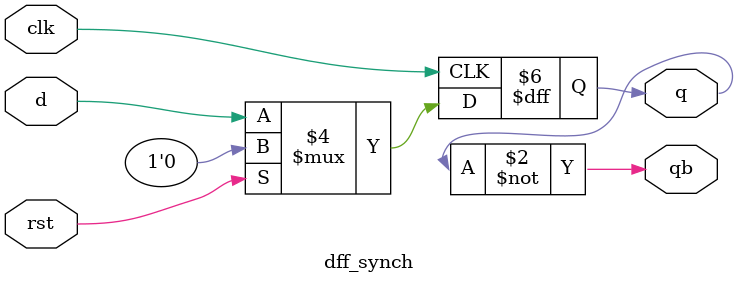
<source format=v>
module dff_synch(clk,rst,d,q,qb);
input d,clk,rst;
output reg q;
output qb;

always@(posedge clk)
begin 
if(rst)
q<=1'b0;
else
q<=d;
end
assign qb=~q;

endmodule

</source>
